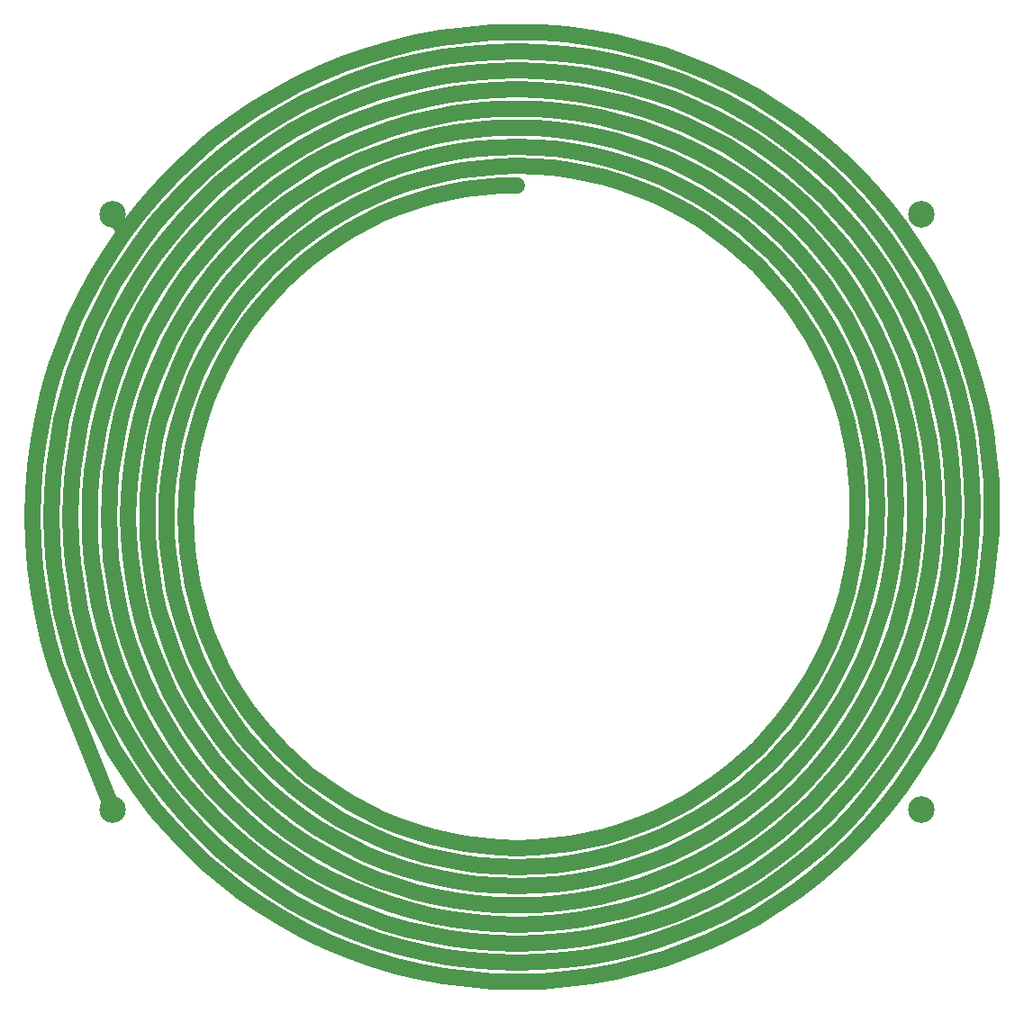
<source format=gbr>
%TF.GenerationSoftware,KiCad,Pcbnew,7.0.7*%
%TF.CreationDate,2023-09-24T18:58:44+02:00*%
%TF.ProjectId,Sek_Coil V2,53656b5f-436f-4696-9c20-56322e6b6963,rev?*%
%TF.SameCoordinates,Original*%
%TF.FileFunction,Copper,L1,Top*%
%TF.FilePolarity,Positive*%
%FSLAX46Y46*%
G04 Gerber Fmt 4.6, Leading zero omitted, Abs format (unit mm)*
G04 Created by KiCad (PCBNEW 7.0.7) date 2023-09-24 18:58:44*
%MOMM*%
%LPD*%
G01*
G04 APERTURE LIST*
%TA.AperFunction,ComponentPad*%
%ADD10C,2.500000*%
%TD*%
%TA.AperFunction,ViaPad*%
%ADD11C,1.500000*%
%TD*%
%TA.AperFunction,Conductor*%
%ADD12C,1.500000*%
%TD*%
G04 APERTURE END LIST*
D10*
%TO.P, ,1*%
%TO.N,N/C*%
X38000000Y28000000D03*
%TD*%
%TO.P, ,1*%
%TO.N,Net-(L\u002A\u002A1-Pad1)*%
X-38000000Y28000000D03*
%TD*%
%TO.P, ,2*%
%TO.N,Net-(L\u002A\u002A1-Pad1)*%
X-38000000Y-28000000D03*
%TO.P, ,1*%
X38000000Y-28000000D03*
%TD*%
D11*
%TO.N,Net-(L\u002A\u002A1-Pad1)*%
X0Y30700000D03*
%TD*%
D12*
%TO.N,Net-(L\u002A\u002A1-Pad1)*%
X0Y-31600000D02*
X-1630265Y-31557310D01*
X-1630265Y-31557310D02*
X-3256062Y-31429357D01*
X-3256062Y-31429357D02*
X-4872934Y-31216492D01*
X-4872934Y-31216492D02*
X-6476449Y-30919298D01*
X-6476449Y-30919298D02*
X-8062213Y-30538589D01*
X-8062213Y-30538589D02*
X-9625879Y-30075410D01*
X-9625879Y-30075410D02*
X-11163162Y-29531030D01*
X-11163162Y-29531030D02*
X-12669846Y-28906941D01*
X-12669846Y-28906941D02*
X-14141804Y-28204853D01*
X-14141804Y-28204853D02*
X-15575000Y-27426691D01*
X-15575000Y-27426691D02*
X-16965506Y-26574588D01*
X-16965506Y-26574588D02*
X-18309511Y-25650879D01*
X-18309511Y-25650879D02*
X-19603330Y-24658097D01*
X-19603330Y-24658097D02*
X-20843418Y-23598961D01*
X-20843418Y-23598961D02*
X-22026376Y-22476376D01*
X-22026376Y-22476376D02*
X-23148961Y-21293418D01*
X-23148961Y-21293418D02*
X-24208097Y-20053330D01*
X-24208097Y-20053330D02*
X-25200879Y-18759511D01*
X-25200879Y-18759511D02*
X-26124588Y-17415506D01*
X-26124588Y-17415506D02*
X-26976691Y-16025000D01*
X-26976691Y-16025000D02*
X-27754853Y-14591804D01*
X-27754853Y-14591804D02*
X-28456941Y-13119846D01*
X-28456941Y-13119846D02*
X-29081030Y-11613162D01*
X-29081030Y-11613162D02*
X-29625410Y-10075879D01*
X-29625410Y-10075879D02*
X-30088589Y-8512213D01*
X-30088589Y-8512213D02*
X-30469298Y-6926449D01*
X-30469298Y-6926449D02*
X-30766492Y-5322934D01*
X-30766492Y-5322934D02*
X-30979357Y-3706062D01*
X-30979357Y-3706062D02*
X-31107310Y-2080265D01*
X-31107310Y-2080265D02*
X-31150000Y-450000D01*
X-31150000Y-450000D02*
X-31107310Y1180265D01*
X-31107310Y1180265D02*
X-30979357Y2806062D01*
X-30979357Y2806062D02*
X-30766492Y4422934D01*
X-30766492Y4422934D02*
X-30469298Y6026449D01*
X-30469298Y6026449D02*
X-30088589Y7612213D01*
X-30088589Y7612213D02*
X-29625410Y9175879D01*
X-29625410Y9175879D02*
X-29081030Y10713162D01*
X-29081030Y10713162D02*
X-28456941Y12219846D01*
X-28456941Y12219846D02*
X-27754853Y13691804D01*
X-27754853Y13691804D02*
X-26976691Y15125000D01*
X-26976691Y15125000D02*
X-26124588Y16515506D01*
X-26124588Y16515506D02*
X-25200879Y17859511D01*
X-25200879Y17859511D02*
X-24208097Y19153330D01*
X-24208097Y19153330D02*
X-23148961Y20393418D01*
X-23148961Y20393418D02*
X-22026376Y21576376D01*
X-22026376Y21576376D02*
X-20843418Y22698961D01*
X-20843418Y22698961D02*
X-19603330Y23758097D01*
X-19603330Y23758097D02*
X-18309511Y24750879D01*
X-18309511Y24750879D02*
X-16965506Y25674588D01*
X-16965506Y25674588D02*
X-15575000Y26526691D01*
X-15575000Y26526691D02*
X-14141804Y27304853D01*
X-14141804Y27304853D02*
X-12669846Y28006941D01*
X-12669846Y28006941D02*
X-11163162Y28631030D01*
X-11163162Y28631030D02*
X-9625879Y29175410D01*
X-9625879Y29175410D02*
X-8062213Y29638589D01*
X-8062213Y29638589D02*
X-6476449Y30019298D01*
X-6476449Y30019298D02*
X-4872934Y30316492D01*
X-4872934Y30316492D02*
X-3256062Y30529357D01*
X-3256062Y30529357D02*
X-1630265Y30657310D01*
X-1630265Y30657310D02*
X0Y30700000D01*
X0Y39700000D02*
X2054186Y39646209D01*
X2054186Y39646209D02*
X4102742Y39484984D01*
X4102742Y39484984D02*
X6140053Y39216767D01*
X6140053Y39216767D02*
X8160534Y38842293D01*
X8160534Y38842293D02*
X10158648Y38362589D01*
X10158648Y38362589D02*
X12128917Y37778968D01*
X12128917Y37778968D02*
X14065942Y37093032D01*
X14065942Y37093032D02*
X15964413Y36306659D01*
X15964413Y36306659D02*
X17819127Y35422006D01*
X17819127Y35422006D02*
X19625000Y34441497D01*
X19625000Y34441497D02*
X21377082Y33367820D01*
X21377082Y33367820D02*
X23070571Y32203917D01*
X23070571Y32203917D02*
X24700825Y30952979D01*
X24700825Y30952979D02*
X26263376Y29618434D01*
X26263376Y29618434D02*
X27753941Y28203941D01*
X27753941Y28203941D02*
X29168434Y26713376D01*
X29168434Y26713376D02*
X30502979Y25150825D01*
X30502979Y25150825D02*
X31753917Y23520571D01*
X31753917Y23520571D02*
X32917820Y21827082D01*
X32917820Y21827082D02*
X33991497Y20075000D01*
X33991497Y20075000D02*
X34972006Y18269127D01*
X34972006Y18269127D02*
X35856659Y16414413D01*
X35856659Y16414413D02*
X36643032Y14515942D01*
X36643032Y14515942D02*
X37328968Y12578917D01*
X37328968Y12578917D02*
X37912589Y10608648D01*
X37912589Y10608648D02*
X38392293Y8610534D01*
X38392293Y8610534D02*
X38766767Y6590053D01*
X38766767Y6590053D02*
X39034984Y4552742D01*
X39034984Y4552742D02*
X39196209Y2504186D01*
X39196209Y2504186D02*
X39250000Y450000D01*
X39250000Y450000D02*
X39196209Y-1604186D01*
X39196209Y-1604186D02*
X39034984Y-3652742D01*
X39034984Y-3652742D02*
X38766767Y-5690053D01*
X38766767Y-5690053D02*
X38392293Y-7710534D01*
X38392293Y-7710534D02*
X37912589Y-9708648D01*
X37912589Y-9708648D02*
X37328968Y-11678917D01*
X37328968Y-11678917D02*
X36643032Y-13615942D01*
X36643032Y-13615942D02*
X35856659Y-15514413D01*
X35856659Y-15514413D02*
X34972006Y-17369127D01*
X34972006Y-17369127D02*
X33991497Y-19175000D01*
X33991497Y-19175000D02*
X32917820Y-20927082D01*
X32917820Y-20927082D02*
X31753917Y-22620571D01*
X31753917Y-22620571D02*
X30502979Y-24250825D01*
X30502979Y-24250825D02*
X29168434Y-25813376D01*
X29168434Y-25813376D02*
X27753941Y-27303941D01*
X27753941Y-27303941D02*
X26263376Y-28718434D01*
X26263376Y-28718434D02*
X24700825Y-30052979D01*
X24700825Y-30052979D02*
X23070571Y-31303917D01*
X23070571Y-31303917D02*
X21377082Y-32467820D01*
X21377082Y-32467820D02*
X19625000Y-33541497D01*
X19625000Y-33541497D02*
X17819127Y-34522006D01*
X17819127Y-34522006D02*
X15964413Y-35406659D01*
X15964413Y-35406659D02*
X14065942Y-36193032D01*
X14065942Y-36193032D02*
X12128917Y-36878968D01*
X12128917Y-36878968D02*
X10158648Y-37462589D01*
X10158648Y-37462589D02*
X8160534Y-37942293D01*
X8160534Y-37942293D02*
X6140053Y-38316767D01*
X6140053Y-38316767D02*
X4102742Y-38584984D01*
X4102742Y-38584984D02*
X2054186Y-38746209D01*
X2054186Y-38746209D02*
X0Y-38800000D01*
X0Y-38800000D02*
X-2007084Y-38747443D01*
X-2007084Y-38747443D02*
X-4008667Y-38589915D01*
X-4008667Y-38589915D02*
X-5999262Y-38327848D01*
X-5999262Y-38327848D02*
X-7973413Y-37961960D01*
X-7973413Y-37961960D02*
X-9925710Y-37493255D01*
X-9925710Y-37493255D02*
X-11850802Y-36923017D01*
X-11850802Y-36923017D02*
X-13743411Y-36252809D01*
X-13743411Y-36252809D02*
X-15598350Y-35484468D01*
X-15598350Y-35484468D02*
X-17410536Y-34620100D01*
X-17410536Y-34620100D02*
X-19175000Y-33662074D01*
X-19175000Y-33662074D02*
X-20886907Y-32613016D01*
X-20886907Y-32613016D02*
X-22541564Y-31475802D01*
X-22541564Y-31475802D02*
X-24134437Y-30253548D01*
X-24134437Y-30253548D02*
X-25661159Y-28949604D01*
X-25661159Y-28949604D02*
X-27117545Y-27567545D01*
X-27117545Y-27567545D02*
X-28499604Y-26111159D01*
X-28499604Y-26111159D02*
X-29803548Y-24584437D01*
X-29803548Y-24584437D02*
X-31025802Y-22991564D01*
X-31025802Y-22991564D02*
X-32163016Y-21336907D01*
X-32163016Y-21336907D02*
X-33212074Y-19625000D01*
X-33212074Y-19625000D02*
X-34170100Y-17860536D01*
X-34170100Y-17860536D02*
X-35034468Y-16048350D01*
X-35034468Y-16048350D02*
X-35802809Y-14193411D01*
X-35802809Y-14193411D02*
X-36473017Y-12300802D01*
X-36473017Y-12300802D02*
X-37043255Y-10375710D01*
X-37043255Y-10375710D02*
X-37511960Y-8423413D01*
X-37511960Y-8423413D02*
X-37877848Y-6449262D01*
X-37877848Y-6449262D02*
X-38139915Y-4458667D01*
X-38139915Y-4458667D02*
X-38297443Y-2457084D01*
X-38297443Y-2457084D02*
X-38350000Y-450000D01*
X-38350000Y-450000D02*
X-38297443Y1557084D01*
X-38297443Y1557084D02*
X-38139915Y3558667D01*
X-38139915Y3558667D02*
X-37877848Y5549262D01*
X-37877848Y5549262D02*
X-37511960Y7523413D01*
X-37511960Y7523413D02*
X-37043255Y9475710D01*
X-37043255Y9475710D02*
X-36473017Y11400802D01*
X-36473017Y11400802D02*
X-35802809Y13293411D01*
X-35802809Y13293411D02*
X-35034468Y15148350D01*
X-35034468Y15148350D02*
X-34170100Y16960536D01*
X-34170100Y16960536D02*
X-33212074Y18725000D01*
X-33212074Y18725000D02*
X-32163016Y20436907D01*
X-32163016Y20436907D02*
X-31025802Y22091564D01*
X-31025802Y22091564D02*
X-29803548Y23684437D01*
X-29803548Y23684437D02*
X-28499604Y25211159D01*
X-28499604Y25211159D02*
X-27117545Y26667545D01*
X-27117545Y26667545D02*
X-25661159Y28049604D01*
X-25661159Y28049604D02*
X-24134437Y29353548D01*
X-24134437Y29353548D02*
X-22541564Y30575802D01*
X-22541564Y30575802D02*
X-20886907Y31713016D01*
X-20886907Y31713016D02*
X-19175000Y32762074D01*
X-19175000Y32762074D02*
X-17410536Y33720100D01*
X-17410536Y33720100D02*
X-15598350Y34584468D01*
X-15598350Y34584468D02*
X-13743411Y35352809D01*
X-13743411Y35352809D02*
X-11850802Y36023017D01*
X-11850802Y36023017D02*
X-9925710Y36593255D01*
X-9925710Y36593255D02*
X-7973413Y37061960D01*
X-7973413Y37061960D02*
X-5999262Y37427848D01*
X-5999262Y37427848D02*
X-4008667Y37689915D01*
X-4008667Y37689915D02*
X-2007084Y37847443D01*
X-2007084Y37847443D02*
X0Y37900000D01*
X0Y37900000D02*
X1959982Y37848676D01*
X1959982Y37848676D02*
X3914591Y37694845D01*
X3914591Y37694845D02*
X5858471Y37438928D01*
X5858471Y37438928D02*
X7786293Y37081628D01*
X7786293Y37081628D02*
X9692773Y36623922D01*
X9692773Y36623922D02*
X11572686Y36067067D01*
X11572686Y36067067D02*
X13420880Y35412587D01*
X13420880Y35412587D02*
X15232287Y34662277D01*
X15232287Y34662277D02*
X17001944Y33818194D01*
X17001944Y33818194D02*
X18725000Y32882651D01*
X18725000Y32882651D02*
X20396732Y31858213D01*
X20396732Y31858213D02*
X22012558Y30747686D01*
X22012558Y30747686D02*
X23568049Y29554116D01*
X23568049Y29554116D02*
X25058941Y28280774D01*
X25058941Y28280774D02*
X26481149Y26931149D01*
X26481149Y26931149D02*
X27830774Y25508941D01*
X27830774Y25508941D02*
X29104116Y24018049D01*
X29104116Y24018049D02*
X30297686Y22462558D01*
X30297686Y22462558D02*
X31408213Y20846732D01*
X31408213Y20846732D02*
X32432651Y19175000D01*
X32432651Y19175000D02*
X33368194Y17451944D01*
X33368194Y17451944D02*
X34212277Y15682287D01*
X34212277Y15682287D02*
X34962587Y13870880D01*
X34962587Y13870880D02*
X35617067Y12022686D01*
X35617067Y12022686D02*
X36173922Y10142773D01*
X36173922Y10142773D02*
X36631628Y8236293D01*
X36631628Y8236293D02*
X36988928Y6308471D01*
X36988928Y6308471D02*
X37244845Y4364591D01*
X37244845Y4364591D02*
X37398676Y2409982D01*
X37398676Y2409982D02*
X37450000Y450000D01*
X37450000Y450000D02*
X37398676Y-1509982D01*
X37398676Y-1509982D02*
X37244845Y-3464591D01*
X37244845Y-3464591D02*
X36988928Y-5408471D01*
X36988928Y-5408471D02*
X36631628Y-7336293D01*
X36631628Y-7336293D02*
X36173922Y-9242773D01*
X36173922Y-9242773D02*
X35617067Y-11122686D01*
X35617067Y-11122686D02*
X34962587Y-12970880D01*
X34962587Y-12970880D02*
X34212277Y-14782287D01*
X34212277Y-14782287D02*
X33368194Y-16551944D01*
X33368194Y-16551944D02*
X32432651Y-18275000D01*
X32432651Y-18275000D02*
X31408213Y-19946732D01*
X31408213Y-19946732D02*
X30297686Y-21562558D01*
X30297686Y-21562558D02*
X29104116Y-23118049D01*
X29104116Y-23118049D02*
X27830774Y-24608941D01*
X27830774Y-24608941D02*
X26481149Y-26031149D01*
X26481149Y-26031149D02*
X25058941Y-27380774D01*
X25058941Y-27380774D02*
X23568049Y-28654116D01*
X23568049Y-28654116D02*
X22012558Y-29847686D01*
X22012558Y-29847686D02*
X20396732Y-30958213D01*
X20396732Y-30958213D02*
X18725000Y-31982651D01*
X18725000Y-31982651D02*
X17001944Y-32918194D01*
X17001944Y-32918194D02*
X15232287Y-33762277D01*
X15232287Y-33762277D02*
X13420880Y-34512587D01*
X13420880Y-34512587D02*
X11572686Y-35167067D01*
X11572686Y-35167067D02*
X9692773Y-35723922D01*
X9692773Y-35723922D02*
X7786293Y-36181628D01*
X7786293Y-36181628D02*
X5858471Y-36538928D01*
X5858471Y-36538928D02*
X3914591Y-36794845D01*
X3914591Y-36794845D02*
X1959982Y-36948676D01*
X1959982Y-36948676D02*
X0Y-37000000D01*
X0Y-37000000D02*
X-1912879Y-36949909D01*
X-1912879Y-36949909D02*
X-3820515Y-36799775D01*
X-3820515Y-36799775D02*
X-5717680Y-36550009D01*
X-5717680Y-36550009D02*
X-7599172Y-36201295D01*
X-7599172Y-36201295D02*
X-9459836Y-35754589D01*
X-9459836Y-35754589D02*
X-11294571Y-35211116D01*
X-11294571Y-35211116D02*
X-13098349Y-34572365D01*
X-13098349Y-34572365D02*
X-14866224Y-33840086D01*
X-14866224Y-33840086D02*
X-16593353Y-33016288D01*
X-16593353Y-33016288D02*
X-18275000Y-32103229D01*
X-18275000Y-32103229D02*
X-19906557Y-31103409D01*
X-19906557Y-31103409D02*
X-21483551Y-30019571D01*
X-21483551Y-30019571D02*
X-23001660Y-28854685D01*
X-23001660Y-28854685D02*
X-24456724Y-27611943D01*
X-24456724Y-27611943D02*
X-25844753Y-26294753D01*
X-25844753Y-26294753D02*
X-27161943Y-24906724D01*
X-27161943Y-24906724D02*
X-28404685Y-23451660D01*
X-28404685Y-23451660D02*
X-29569571Y-21933551D01*
X-29569571Y-21933551D02*
X-30653409Y-20356557D01*
X-30653409Y-20356557D02*
X-31653229Y-18725000D01*
X-31653229Y-18725000D02*
X-32566288Y-17043353D01*
X-32566288Y-17043353D02*
X-33390086Y-15316224D01*
X-33390086Y-15316224D02*
X-34122365Y-13548349D01*
X-34122365Y-13548349D02*
X-34761116Y-11744571D01*
X-34761116Y-11744571D02*
X-35304589Y-9909836D01*
X-35304589Y-9909836D02*
X-35751295Y-8049172D01*
X-35751295Y-8049172D02*
X-36100009Y-6167680D01*
X-36100009Y-6167680D02*
X-36349775Y-4270515D01*
X-36349775Y-4270515D02*
X-36499909Y-2362879D01*
X-36499909Y-2362879D02*
X-36550000Y-450000D01*
X-36550000Y-450000D02*
X-36499909Y1462879D01*
X-36499909Y1462879D02*
X-36349775Y3370515D01*
X-36349775Y3370515D02*
X-36100009Y5267680D01*
X-36100009Y5267680D02*
X-35751295Y7149172D01*
X-35751295Y7149172D02*
X-35304589Y9009836D01*
X-35304589Y9009836D02*
X-34761116Y10844571D01*
X-34761116Y10844571D02*
X-34122365Y12648349D01*
X-34122365Y12648349D02*
X-33390086Y14416224D01*
X-33390086Y14416224D02*
X-32566288Y16143353D01*
X-32566288Y16143353D02*
X-31653229Y17825000D01*
X-31653229Y17825000D02*
X-30653409Y19456557D01*
X-30653409Y19456557D02*
X-29569571Y21033551D01*
X-29569571Y21033551D02*
X-28404685Y22551660D01*
X-28404685Y22551660D02*
X-27161943Y24006724D01*
X-27161943Y24006724D02*
X-25844753Y25394753D01*
X-25844753Y25394753D02*
X-24456724Y26711943D01*
X-24456724Y26711943D02*
X-23001660Y27954685D01*
X-23001660Y27954685D02*
X-21483551Y29119571D01*
X-21483551Y29119571D02*
X-19906557Y30203409D01*
X-19906557Y30203409D02*
X-18275000Y31203229D01*
X-18275000Y31203229D02*
X-16593353Y32116288D01*
X-16593353Y32116288D02*
X-14866224Y32940086D01*
X-14866224Y32940086D02*
X-13098349Y33672365D01*
X-13098349Y33672365D02*
X-11294571Y34311116D01*
X-11294571Y34311116D02*
X-9459836Y34854589D01*
X-9459836Y34854589D02*
X-7599172Y35301295D01*
X-7599172Y35301295D02*
X-5717680Y35650009D01*
X-5717680Y35650009D02*
X-3820515Y35899775D01*
X-3820515Y35899775D02*
X-1912879Y36049909D01*
X-1912879Y36049909D02*
X0Y36100000D01*
X0Y36100000D02*
X1865777Y36051143D01*
X1865777Y36051143D02*
X3726440Y35904706D01*
X3726440Y35904706D02*
X5576889Y35661089D01*
X5576889Y35661089D02*
X7412052Y35320962D01*
X7412052Y35320962D02*
X9226899Y34885256D01*
X9226899Y34885256D02*
X11016456Y34355165D01*
X11016456Y34355165D02*
X12775817Y33732142D01*
X12775817Y33732142D02*
X14500161Y33017896D01*
X14500161Y33017896D02*
X16184761Y32214383D01*
X16184761Y32214383D02*
X17825000Y31323806D01*
X17825000Y31323806D02*
X19416382Y30348606D01*
X19416382Y30348606D02*
X20954544Y29291456D01*
X20954544Y29291456D02*
X22435272Y28155254D01*
X22435272Y28155254D02*
X23854506Y26943113D01*
X23854506Y26943113D02*
X25208357Y25658357D01*
X25208357Y25658357D02*
X26493113Y24304506D01*
X26493113Y24304506D02*
X27705254Y22885272D01*
X27705254Y22885272D02*
X28841456Y21404544D01*
X28841456Y21404544D02*
X29898606Y19866382D01*
X29898606Y19866382D02*
X30873806Y18275000D01*
X30873806Y18275000D02*
X31764383Y16634761D01*
X31764383Y16634761D02*
X32567896Y14950161D01*
X32567896Y14950161D02*
X33282142Y13225817D01*
X33282142Y13225817D02*
X33905165Y11466456D01*
X33905165Y11466456D02*
X34435256Y9676899D01*
X34435256Y9676899D02*
X34870962Y7862052D01*
X34870962Y7862052D02*
X35211089Y6026889D01*
X35211089Y6026889D02*
X35454706Y4176440D01*
X35454706Y4176440D02*
X35601143Y2315777D01*
X35601143Y2315777D02*
X35650000Y450000D01*
X35650000Y450000D02*
X35601143Y-1415777D01*
X35601143Y-1415777D02*
X35454706Y-3276440D01*
X35454706Y-3276440D02*
X35211089Y-5126889D01*
X35211089Y-5126889D02*
X34870962Y-6962052D01*
X34870962Y-6962052D02*
X34435256Y-8776899D01*
X34435256Y-8776899D02*
X33905165Y-10566456D01*
X33905165Y-10566456D02*
X33282142Y-12325817D01*
X33282142Y-12325817D02*
X32567896Y-14050161D01*
X32567896Y-14050161D02*
X31764383Y-15734761D01*
X31764383Y-15734761D02*
X30873806Y-17375000D01*
X30873806Y-17375000D02*
X29898606Y-18966382D01*
X29898606Y-18966382D02*
X28841456Y-20504544D01*
X28841456Y-20504544D02*
X27705254Y-21985272D01*
X27705254Y-21985272D02*
X26493113Y-23404506D01*
X26493113Y-23404506D02*
X25208357Y-24758357D01*
X25208357Y-24758357D02*
X23854506Y-26043113D01*
X23854506Y-26043113D02*
X22435272Y-27255254D01*
X22435272Y-27255254D02*
X20954544Y-28391456D01*
X20954544Y-28391456D02*
X19416382Y-29448606D01*
X19416382Y-29448606D02*
X17825000Y-30423806D01*
X17825000Y-30423806D02*
X16184761Y-31314383D01*
X16184761Y-31314383D02*
X14500161Y-32117896D01*
X14500161Y-32117896D02*
X12775817Y-32832142D01*
X12775817Y-32832142D02*
X11016456Y-33455165D01*
X11016456Y-33455165D02*
X9226899Y-33985256D01*
X9226899Y-33985256D02*
X7412052Y-34420962D01*
X7412052Y-34420962D02*
X5576889Y-34761089D01*
X5576889Y-34761089D02*
X3726440Y-35004706D01*
X3726440Y-35004706D02*
X1865777Y-35151143D01*
X1865777Y-35151143D02*
X0Y-35200000D01*
X0Y-35200000D02*
X-1818674Y-35152376D01*
X-1818674Y-35152376D02*
X-3632364Y-35009636D01*
X-3632364Y-35009636D02*
X-5436098Y-34772170D01*
X-5436098Y-34772170D02*
X-7224931Y-34440629D01*
X-7224931Y-34440629D02*
X-8993962Y-34015922D01*
X-8993962Y-34015922D02*
X-10738341Y-33499214D01*
X-10738341Y-33499214D02*
X-12453286Y-32891920D01*
X-12453286Y-32891920D02*
X-14134098Y-32195705D01*
X-14134098Y-32195705D02*
X-15776170Y-31412477D01*
X-15776170Y-31412477D02*
X-17375000Y-30544383D01*
X-17375000Y-30544383D02*
X-18926206Y-29593802D01*
X-18926206Y-29593802D02*
X-20425538Y-28563341D01*
X-20425538Y-28563341D02*
X-21868884Y-27455822D01*
X-21868884Y-27455822D02*
X-23252289Y-26274283D01*
X-23252289Y-26274283D02*
X-24571961Y-25021961D01*
X-24571961Y-25021961D02*
X-25824283Y-23702289D01*
X-25824283Y-23702289D02*
X-27005822Y-22318884D01*
X-27005822Y-22318884D02*
X-28113341Y-20875538D01*
X-28113341Y-20875538D02*
X-29143802Y-19376206D01*
X-29143802Y-19376206D02*
X-30094383Y-17825000D01*
X-30094383Y-17825000D02*
X-30962477Y-16226170D01*
X-30962477Y-16226170D02*
X-31745705Y-14584098D01*
X-31745705Y-14584098D02*
X-32441920Y-12903286D01*
X-32441920Y-12903286D02*
X-33049214Y-11188341D01*
X-33049214Y-11188341D02*
X-33565922Y-9443962D01*
X-33565922Y-9443962D02*
X-33990629Y-7674931D01*
X-33990629Y-7674931D02*
X-34322170Y-5886098D01*
X-34322170Y-5886098D02*
X-34559636Y-4082364D01*
X-34559636Y-4082364D02*
X-34702376Y-2268674D01*
X-34702376Y-2268674D02*
X-34750000Y-450000D01*
X-34750000Y-450000D02*
X-34702376Y1368674D01*
X-34702376Y1368674D02*
X-34559636Y3182364D01*
X-34559636Y3182364D02*
X-34322170Y4986098D01*
X-34322170Y4986098D02*
X-33990629Y6774931D01*
X-33990629Y6774931D02*
X-33565922Y8543962D01*
X-33565922Y8543962D02*
X-33049214Y10288341D01*
X-33049214Y10288341D02*
X-32441920Y12003286D01*
X-32441920Y12003286D02*
X-31745705Y13684098D01*
X-31745705Y13684098D02*
X-30962477Y15326170D01*
X-30962477Y15326170D02*
X-30094383Y16925000D01*
X-30094383Y16925000D02*
X-29143802Y18476206D01*
X-29143802Y18476206D02*
X-28113341Y19975538D01*
X-28113341Y19975538D02*
X-27005822Y21418884D01*
X-27005822Y21418884D02*
X-25824283Y22802289D01*
X-25824283Y22802289D02*
X-24571961Y24121961D01*
X-24571961Y24121961D02*
X-23252289Y25374283D01*
X-23252289Y25374283D02*
X-21868884Y26555822D01*
X-21868884Y26555822D02*
X-20425538Y27663341D01*
X-20425538Y27663341D02*
X-18926206Y28693802D01*
X-18926206Y28693802D02*
X-17375000Y29644383D01*
X-17375000Y29644383D02*
X-15776170Y30512477D01*
X-15776170Y30512477D02*
X-14134098Y31295705D01*
X-14134098Y31295705D02*
X-12453286Y31991920D01*
X-12453286Y31991920D02*
X-10738341Y32599214D01*
X-10738341Y32599214D02*
X-8993962Y33115922D01*
X-8993962Y33115922D02*
X-7224931Y33540629D01*
X-7224931Y33540629D02*
X-5436098Y33872170D01*
X-5436098Y33872170D02*
X-3632364Y34109636D01*
X-3632364Y34109636D02*
X-1818674Y34252376D01*
X-1818674Y34252376D02*
X0Y34300000D01*
X0Y34300000D02*
X1771572Y34253610D01*
X1771572Y34253610D02*
X3538288Y34114566D01*
X3538288Y34114566D02*
X5295307Y33883250D01*
X5295307Y33883250D02*
X7037811Y33560296D01*
X7037811Y33560296D02*
X8761025Y33146589D01*
X8761025Y33146589D02*
X10460225Y32643263D01*
X10460225Y32643263D02*
X12130755Y32051697D01*
X12130755Y32051697D02*
X13768035Y31373514D01*
X13768035Y31373514D02*
X15367578Y30610571D01*
X15367578Y30610571D02*
X16925000Y29764960D01*
X16925000Y29764960D02*
X18436031Y28838999D01*
X18436031Y28838999D02*
X19896531Y27835225D01*
X19896531Y27835225D02*
X21302495Y26756391D01*
X21302495Y26756391D02*
X22650071Y25605452D01*
X22650071Y25605452D02*
X23935565Y24385565D01*
X23935565Y24385565D02*
X25155452Y23100071D01*
X25155452Y23100071D02*
X26306391Y21752495D01*
X26306391Y21752495D02*
X27385225Y20346531D01*
X27385225Y20346531D02*
X28388999Y18886031D01*
X28388999Y18886031D02*
X29314960Y17375000D01*
X29314960Y17375000D02*
X30160571Y15817578D01*
X30160571Y15817578D02*
X30923514Y14218035D01*
X30923514Y14218035D02*
X31601697Y12580755D01*
X31601697Y12580755D02*
X32193263Y10910225D01*
X32193263Y10910225D02*
X32696589Y9211025D01*
X32696589Y9211025D02*
X33110296Y7487811D01*
X33110296Y7487811D02*
X33433250Y5745307D01*
X33433250Y5745307D02*
X33664566Y3988288D01*
X33664566Y3988288D02*
X33803610Y2221572D01*
X33803610Y2221572D02*
X33850000Y450000D01*
X33850000Y450000D02*
X33803610Y-1321572D01*
X33803610Y-1321572D02*
X33664566Y-3088288D01*
X33664566Y-3088288D02*
X33433250Y-4845307D01*
X33433250Y-4845307D02*
X33110296Y-6587811D01*
X33110296Y-6587811D02*
X32696589Y-8311025D01*
X32696589Y-8311025D02*
X32193263Y-10010225D01*
X32193263Y-10010225D02*
X31601697Y-11680755D01*
X31601697Y-11680755D02*
X30923514Y-13318035D01*
X30923514Y-13318035D02*
X30160571Y-14917578D01*
X30160571Y-14917578D02*
X29314960Y-16475000D01*
X29314960Y-16475000D02*
X28388999Y-17986031D01*
X28388999Y-17986031D02*
X27385225Y-19446531D01*
X27385225Y-19446531D02*
X26306391Y-20852495D01*
X26306391Y-20852495D02*
X25155452Y-22200071D01*
X25155452Y-22200071D02*
X23935565Y-23485565D01*
X23935565Y-23485565D02*
X22650071Y-24705452D01*
X22650071Y-24705452D02*
X21302495Y-25856391D01*
X21302495Y-25856391D02*
X19896531Y-26935225D01*
X19896531Y-26935225D02*
X18436031Y-27938999D01*
X18436031Y-27938999D02*
X16925000Y-28864960D01*
X16925000Y-28864960D02*
X15367578Y-29710571D01*
X15367578Y-29710571D02*
X13768035Y-30473514D01*
X13768035Y-30473514D02*
X12130755Y-31151697D01*
X12130755Y-31151697D02*
X10460225Y-31743263D01*
X10460225Y-31743263D02*
X8761025Y-32246589D01*
X8761025Y-32246589D02*
X7037811Y-32660296D01*
X7037811Y-32660296D02*
X5295307Y-32983250D01*
X5295307Y-32983250D02*
X3538288Y-33214566D01*
X3538288Y-33214566D02*
X1771572Y-33353610D01*
X1771572Y-33353610D02*
X0Y-33400000D01*
X0Y-33400000D02*
X-1724470Y-33354843D01*
X-1724470Y-33354843D02*
X-3444213Y-33219496D01*
X-3444213Y-33219496D02*
X-5154516Y-32994331D01*
X-5154516Y-32994331D02*
X-6850690Y-32679963D01*
X-6850690Y-32679963D02*
X-8528088Y-32277256D01*
X-8528088Y-32277256D02*
X-10182110Y-31787312D01*
X-10182110Y-31787312D02*
X-11808224Y-31211475D01*
X-11808224Y-31211475D02*
X-13401972Y-30551323D01*
X-13401972Y-30551323D02*
X-14958987Y-29808665D01*
X-14958987Y-29808665D02*
X-16475000Y-28985537D01*
X-16475000Y-28985537D02*
X-17945856Y-28084195D01*
X-17945856Y-28084195D02*
X-19367524Y-27107110D01*
X-19367524Y-27107110D02*
X-20736107Y-26056959D01*
X-20736107Y-26056959D02*
X-22047853Y-24936622D01*
X-22047853Y-24936622D02*
X-23299168Y-23749168D01*
X-23299168Y-23749168D02*
X-24486622Y-22497853D01*
X-24486622Y-22497853D02*
X-25606959Y-21186107D01*
X-25606959Y-21186107D02*
X-26657110Y-19817524D01*
X-26657110Y-19817524D02*
X-27634195Y-18395856D01*
X-27634195Y-18395856D02*
X-28535537Y-16925000D01*
X-28535537Y-16925000D02*
X-29358665Y-15408987D01*
X-29358665Y-15408987D02*
X-30101323Y-13851972D01*
X-30101323Y-13851972D02*
X-30761475Y-12258224D01*
X-30761475Y-12258224D02*
X-31337312Y-10632110D01*
X-31337312Y-10632110D02*
X-31827256Y-8978088D01*
X-31827256Y-8978088D02*
X-32229963Y-7300690D01*
X-32229963Y-7300690D02*
X-32544331Y-5604516D01*
X-32544331Y-5604516D02*
X-32769496Y-3894213D01*
X-32769496Y-3894213D02*
X-32904843Y-2174470D01*
X-32904843Y-2174470D02*
X-32950000Y-450000D01*
X-32950000Y-450000D02*
X-32904843Y1274470D01*
X-32904843Y1274470D02*
X-32769496Y2994213D01*
X-32769496Y2994213D02*
X-32544331Y4704516D01*
X-32544331Y4704516D02*
X-32229963Y6400690D01*
X-32229963Y6400690D02*
X-31827256Y8078088D01*
X-31827256Y8078088D02*
X-31337312Y9732110D01*
X-31337312Y9732110D02*
X-30761475Y11358224D01*
X-30761475Y11358224D02*
X-30101323Y12951972D01*
X-30101323Y12951972D02*
X-29358665Y14508987D01*
X-29358665Y14508987D02*
X-28535537Y16025000D01*
X-28535537Y16025000D02*
X-27634195Y17495856D01*
X-27634195Y17495856D02*
X-26657110Y18917524D01*
X-26657110Y18917524D02*
X-25606959Y20286107D01*
X-25606959Y20286107D02*
X-24486622Y21597853D01*
X-24486622Y21597853D02*
X-23299168Y22849168D01*
X-23299168Y22849168D02*
X-22047853Y24036622D01*
X-22047853Y24036622D02*
X-20736107Y25156959D01*
X-20736107Y25156959D02*
X-19367524Y26207110D01*
X-19367524Y26207110D02*
X-17945856Y27184195D01*
X-17945856Y27184195D02*
X-16475000Y28085537D01*
X-16475000Y28085537D02*
X-14958987Y28908665D01*
X-14958987Y28908665D02*
X-13401972Y29651323D01*
X-13401972Y29651323D02*
X-11808224Y30311475D01*
X-11808224Y30311475D02*
X-10182110Y30887312D01*
X-10182110Y30887312D02*
X-8528088Y31377256D01*
X-8528088Y31377256D02*
X-6850690Y31779963D01*
X-6850690Y31779963D02*
X-5154516Y32094331D01*
X-5154516Y32094331D02*
X-3444213Y32319496D01*
X-3444213Y32319496D02*
X-1724470Y32454843D01*
X-1724470Y32454843D02*
X0Y32500000D01*
X0Y32500000D02*
X1677367Y32456077D01*
X1677367Y32456077D02*
X3350137Y32324427D01*
X3350137Y32324427D02*
X5013725Y32105411D01*
X5013725Y32105411D02*
X6663570Y31799631D01*
X6663570Y31799631D02*
X8295150Y31407923D01*
X8295150Y31407923D02*
X9903995Y30931361D01*
X9903995Y30931361D02*
X11485693Y30371253D01*
X11485693Y30371253D02*
X13035909Y29729132D01*
X13035909Y29729132D02*
X14550396Y29006759D01*
X14550396Y29006759D02*
X16025000Y28206114D01*
X16025000Y28206114D02*
X17455681Y27329392D01*
X17455681Y27329392D02*
X18838517Y26378995D01*
X18838517Y26378995D02*
X20169719Y25357528D01*
X20169719Y25357528D02*
X21445636Y24267792D01*
X21445636Y24267792D02*
X22662772Y23112772D01*
X22662772Y23112772D02*
X23817792Y21895636D01*
X23817792Y21895636D02*
X24907528Y20619719D01*
X24907528Y20619719D02*
X25928995Y19288517D01*
X25928995Y19288517D02*
X26879392Y17905681D01*
X26879392Y17905681D02*
X27756114Y16475000D01*
X27756114Y16475000D02*
X28556759Y15000396D01*
X28556759Y15000396D02*
X29279132Y13485909D01*
X29279132Y13485909D02*
X29921253Y11935693D01*
X29921253Y11935693D02*
X30481361Y10353995D01*
X30481361Y10353995D02*
X30957923Y8745150D01*
X30957923Y8745150D02*
X31349631Y7113570D01*
X31349631Y7113570D02*
X31655411Y5463725D01*
X31655411Y5463725D02*
X31874427Y3800137D01*
X31874427Y3800137D02*
X32006077Y2127367D01*
X32006077Y2127367D02*
X32050000Y450000D01*
X32050000Y450000D02*
X32006077Y-1227367D01*
X32006077Y-1227367D02*
X31874427Y-2900137D01*
X31874427Y-2900137D02*
X31655411Y-4563725D01*
X31655411Y-4563725D02*
X31349631Y-6213570D01*
X31349631Y-6213570D02*
X30957923Y-7845150D01*
X30957923Y-7845150D02*
X30481361Y-9453995D01*
X30481361Y-9453995D02*
X29921253Y-11035693D01*
X29921253Y-11035693D02*
X29279132Y-12585909D01*
X29279132Y-12585909D02*
X28556759Y-14100396D01*
X28556759Y-14100396D02*
X27756114Y-15575000D01*
X27756114Y-15575000D02*
X26879392Y-17005681D01*
X26879392Y-17005681D02*
X25928995Y-18388517D01*
X25928995Y-18388517D02*
X24907528Y-19719719D01*
X24907528Y-19719719D02*
X23817792Y-20995636D01*
X23817792Y-20995636D02*
X22662772Y-22212772D01*
X22662772Y-22212772D02*
X21445636Y-23367792D01*
X21445636Y-23367792D02*
X20169719Y-24457528D01*
X20169719Y-24457528D02*
X18838517Y-25478995D01*
X18838517Y-25478995D02*
X17455681Y-26429392D01*
X17455681Y-26429392D02*
X16025000Y-27306114D01*
X16025000Y-27306114D02*
X14550396Y-28106759D01*
X14550396Y-28106759D02*
X13035909Y-28829132D01*
X13035909Y-28829132D02*
X11485693Y-29471253D01*
X11485693Y-29471253D02*
X9903995Y-30031361D01*
X9903995Y-30031361D02*
X8295150Y-30507923D01*
X8295150Y-30507923D02*
X6663570Y-30899631D01*
X6663570Y-30899631D02*
X5013725Y-31205411D01*
X5013725Y-31205411D02*
X3350137Y-31424427D01*
X3350137Y-31424427D02*
X1677367Y-31556077D01*
X1677367Y-31556077D02*
X0Y-31600000D01*
X0Y-40600000D02*
X-2101289Y-40544976D01*
X-2101289Y-40544976D02*
X-4196818Y-40380054D01*
X-4196818Y-40380054D02*
X-6280844Y-40105687D01*
X-6280844Y-40105687D02*
X-8347654Y-39722626D01*
X-8347654Y-39722626D02*
X-10391585Y-39231922D01*
X-10391585Y-39231922D02*
X-12407032Y-38634919D01*
X-12407032Y-38634919D02*
X-14388473Y-37933254D01*
X-14388473Y-37933254D02*
X-16330476Y-37128850D01*
X-16330476Y-37128850D02*
X-18227719Y-36223912D01*
X-18227719Y-36223912D02*
X-20075000Y-35220920D01*
X-20075000Y-35220920D02*
X-21867257Y-34122623D01*
X-21867257Y-34122623D02*
X-23599578Y-32932032D01*
X-23599578Y-32932032D02*
X-25267214Y-31652410D01*
X-25267214Y-31652410D02*
X-26865594Y-30287265D01*
X-26865594Y-30287265D02*
X-28390337Y-28840337D01*
X-28390337Y-28840337D02*
X-29837265Y-27315594D01*
X-29837265Y-27315594D02*
X-31202410Y-25717214D01*
X-31202410Y-25717214D02*
X-32482032Y-24049578D01*
X-32482032Y-24049578D02*
X-33672623Y-22317257D01*
X-33672623Y-22317257D02*
X-34770920Y-20525000D01*
X-34770920Y-20525000D02*
X-35773912Y-18677719D01*
X-35773912Y-18677719D02*
X-36678850Y-16780476D01*
X-36678850Y-16780476D02*
X-37483254Y-14838473D01*
X-37483254Y-14838473D02*
X-38184919Y-12857032D01*
X-38184919Y-12857032D02*
X-38781922Y-10841585D01*
X-38781922Y-10841585D02*
X-39272626Y-8797654D01*
X-39272626Y-8797654D02*
X-39655687Y-6730844D01*
X-39655687Y-6730844D02*
X-39930054Y-4646818D01*
X-39930054Y-4646818D02*
X-40094976Y-2551289D01*
X-40094976Y-2551289D02*
X-40150000Y-450000D01*
X-40150000Y-450000D02*
X-40094976Y1651289D01*
X-40094976Y1651289D02*
X-39930054Y3746818D01*
X-39930054Y3746818D02*
X-39655687Y5830844D01*
X-39655687Y5830844D02*
X-39272626Y7897654D01*
X-39272626Y7897654D02*
X-38781922Y9941585D01*
X-38781922Y9941585D02*
X-38184919Y11957032D01*
X-38184919Y11957032D02*
X-37483254Y13938473D01*
X-37483254Y13938473D02*
X-36678850Y15880476D01*
X-36678850Y15880476D02*
X-35773912Y17777719D01*
X-35773912Y17777719D02*
X-34770920Y19625000D01*
X-34770920Y19625000D02*
X-33672623Y21417257D01*
X-33672623Y21417257D02*
X-32482032Y23149578D01*
X-32482032Y23149578D02*
X-31202410Y24817214D01*
X-31202410Y24817214D02*
X-29837265Y26415594D01*
X-29837265Y26415594D02*
X-28390337Y27940337D01*
X-28390337Y27940337D02*
X-26865594Y29387265D01*
X-26865594Y29387265D02*
X-25267214Y30752410D01*
X-25267214Y30752410D02*
X-23599578Y32032032D01*
X-23599578Y32032032D02*
X-21867257Y33222623D01*
X-21867257Y33222623D02*
X-20075000Y34320920D01*
X-20075000Y34320920D02*
X-18227719Y35323912D01*
X-18227719Y35323912D02*
X-16330476Y36228850D01*
X-16330476Y36228850D02*
X-14388473Y37033254D01*
X-14388473Y37033254D02*
X-12407032Y37734919D01*
X-12407032Y37734919D02*
X-10391585Y38331922D01*
X-10391585Y38331922D02*
X-8347654Y38822626D01*
X-8347654Y38822626D02*
X-6280844Y39205687D01*
X-6280844Y39205687D02*
X-4196818Y39480054D01*
X-4196818Y39480054D02*
X-2101289Y39644976D01*
X-2101289Y39644976D02*
X0Y39700000D01*
X0Y41500000D02*
X2148391Y41443742D01*
X2148391Y41443742D02*
X4290893Y41275124D01*
X4290893Y41275124D02*
X6421635Y40994606D01*
X6421635Y40994606D02*
X8534775Y40602959D01*
X8534775Y40602959D02*
X10624522Y40101255D01*
X10624522Y40101255D02*
X12685148Y39490870D01*
X12685148Y39490870D02*
X14711004Y38773477D01*
X14711004Y38773477D02*
X16696539Y37951041D01*
X16696539Y37951041D02*
X18636310Y37025818D01*
X18636310Y37025818D02*
X20525000Y36000343D01*
X20525000Y36000343D02*
X22357432Y34877427D01*
X22357432Y34877427D02*
X24128585Y33660148D01*
X24128585Y33660148D02*
X25833602Y32351842D01*
X25833602Y32351842D02*
X27467811Y30956095D01*
X27467811Y30956095D02*
X29026733Y29476733D01*
X29026733Y29476733D02*
X30506095Y27917811D01*
X30506095Y27917811D02*
X31901842Y26283602D01*
X31901842Y26283602D02*
X33210148Y24578585D01*
X33210148Y24578585D02*
X34427427Y22807432D01*
X34427427Y22807432D02*
X35550343Y20975000D01*
X35550343Y20975000D02*
X36575818Y19086310D01*
X36575818Y19086310D02*
X37501041Y17146539D01*
X37501041Y17146539D02*
X38323477Y15161004D01*
X38323477Y15161004D02*
X39040870Y13135148D01*
X39040870Y13135148D02*
X39651255Y11074522D01*
X39651255Y11074522D02*
X40152959Y8984775D01*
X40152959Y8984775D02*
X40544606Y6871635D01*
X40544606Y6871635D02*
X40825124Y4740893D01*
X40825124Y4740893D02*
X40993742Y2598391D01*
X40993742Y2598391D02*
X41050000Y450000D01*
X41050000Y450000D02*
X40993742Y-1698391D01*
X40993742Y-1698391D02*
X40825124Y-3840893D01*
X40825124Y-3840893D02*
X40544606Y-5971635D01*
X40544606Y-5971635D02*
X40152959Y-8084775D01*
X40152959Y-8084775D02*
X39651255Y-10174522D01*
X39651255Y-10174522D02*
X39040870Y-12235148D01*
X39040870Y-12235148D02*
X38323477Y-14261004D01*
X38323477Y-14261004D02*
X37501041Y-16246539D01*
X37501041Y-16246539D02*
X36575818Y-18186310D01*
X36575818Y-18186310D02*
X35550343Y-20075000D01*
X35550343Y-20075000D02*
X34427427Y-21907432D01*
X34427427Y-21907432D02*
X33210148Y-23678585D01*
X33210148Y-23678585D02*
X31901842Y-25383602D01*
X31901842Y-25383602D02*
X30506095Y-27017811D01*
X30506095Y-27017811D02*
X29026733Y-28576733D01*
X29026733Y-28576733D02*
X27467811Y-30056095D01*
X27467811Y-30056095D02*
X25833602Y-31451842D01*
X25833602Y-31451842D02*
X24128585Y-32760148D01*
X24128585Y-32760148D02*
X22357432Y-33977427D01*
X22357432Y-33977427D02*
X20525000Y-35100343D01*
X20525000Y-35100343D02*
X18636310Y-36125818D01*
X18636310Y-36125818D02*
X16696539Y-37051041D01*
X16696539Y-37051041D02*
X14711004Y-37873477D01*
X14711004Y-37873477D02*
X12685148Y-38590870D01*
X12685148Y-38590870D02*
X10624522Y-39201255D01*
X10624522Y-39201255D02*
X8534775Y-39702959D01*
X8534775Y-39702959D02*
X6421635Y-40094606D01*
X6421635Y-40094606D02*
X4290893Y-40375124D01*
X4290893Y-40375124D02*
X2148391Y-40543742D01*
X2148391Y-40543742D02*
X0Y-40600000D01*
X0Y-42400000D02*
X-2195493Y-42342509D01*
X-2195493Y-42342509D02*
X-4384969Y-42170194D01*
X-4384969Y-42170194D02*
X-6562426Y-41883526D01*
X-6562426Y-41883526D02*
X-8721895Y-41483292D01*
X-8721895Y-41483292D02*
X-10857459Y-40970588D01*
X-10857459Y-40970588D02*
X-12963263Y-40346821D01*
X-12963263Y-40346821D02*
X-15033535Y-39613699D01*
X-15033535Y-39613699D02*
X-17062602Y-38773232D01*
X-17062602Y-38773232D02*
X-19044901Y-37827724D01*
X-19044901Y-37827724D02*
X-20975000Y-36779766D01*
X-20975000Y-36779766D02*
X-22847608Y-35632230D01*
X-22847608Y-35632230D02*
X-24657591Y-34388263D01*
X-24657591Y-34388263D02*
X-26399990Y-33051273D01*
X-26399990Y-33051273D02*
X-28070029Y-31624925D01*
X-28070029Y-31624925D02*
X-29663129Y-30113129D01*
X-29663129Y-30113129D02*
X-31174925Y-28520029D01*
X-31174925Y-28520029D02*
X-32601273Y-26849990D01*
X-32601273Y-26849990D02*
X-33938263Y-25107591D01*
X-33938263Y-25107591D02*
X-35182230Y-23297608D01*
X-35182230Y-23297608D02*
X-36329766Y-21425000D01*
X-36329766Y-21425000D02*
X-37377724Y-19494901D01*
X-37377724Y-19494901D02*
X-38323232Y-17512602D01*
X-38323232Y-17512602D02*
X-39163699Y-15483535D01*
X-39163699Y-15483535D02*
X-39896821Y-13413263D01*
X-39896821Y-13413263D02*
X-40520588Y-11307459D01*
X-40520588Y-11307459D02*
X-41033292Y-9171895D01*
X-41033292Y-9171895D02*
X-41433526Y-7012426D01*
X-41433526Y-7012426D02*
X-41720194Y-4834969D01*
X-41720194Y-4834969D02*
X-41892509Y-2645493D01*
X-41892509Y-2645493D02*
X-41950000Y-450000D01*
X-41950000Y-450000D02*
X-41892509Y1745493D01*
X-41892509Y1745493D02*
X-41720194Y3934969D01*
X-41720194Y3934969D02*
X-41433526Y6112426D01*
X-41433526Y6112426D02*
X-41033292Y8271895D01*
X-41033292Y8271895D02*
X-40520588Y10407459D01*
X-40520588Y10407459D02*
X-39896821Y12513263D01*
X-39896821Y12513263D02*
X-39163699Y14583535D01*
X-39163699Y14583535D02*
X-38323232Y16612602D01*
X-38323232Y16612602D02*
X-37377724Y18594901D01*
X-37377724Y18594901D02*
X-36329766Y20525000D01*
X-36329766Y20525000D02*
X-35182230Y22397608D01*
X-35182230Y22397608D02*
X-33938263Y24207591D01*
X-33938263Y24207591D02*
X-32601273Y25949990D01*
X-32601273Y25949990D02*
X-31174925Y27620029D01*
X-31174925Y27620029D02*
X-29663129Y29213129D01*
X-29663129Y29213129D02*
X-28070029Y30724925D01*
X-28070029Y30724925D02*
X-26399990Y32151273D01*
X-26399990Y32151273D02*
X-24657591Y33488263D01*
X-24657591Y33488263D02*
X-22847608Y34732230D01*
X-22847608Y34732230D02*
X-20975000Y35879766D01*
X-20975000Y35879766D02*
X-19044901Y36927724D01*
X-19044901Y36927724D02*
X-17062602Y37873232D01*
X-17062602Y37873232D02*
X-15033535Y38713699D01*
X-15033535Y38713699D02*
X-12963263Y39446821D01*
X-12963263Y39446821D02*
X-10857459Y40070588D01*
X-10857459Y40070588D02*
X-8721895Y40583292D01*
X-8721895Y40583292D02*
X-6562426Y40983526D01*
X-6562426Y40983526D02*
X-4384969Y41270194D01*
X-4384969Y41270194D02*
X-2195493Y41442509D01*
X-2195493Y41442509D02*
X0Y41500000D01*
X0Y43300000D02*
X2242596Y43241276D01*
X2242596Y43241276D02*
X4479045Y43065263D01*
X4479045Y43065263D02*
X6703217Y42772445D01*
X6703217Y42772445D02*
X8909016Y42363625D01*
X8909016Y42363625D02*
X11090396Y41839922D01*
X11090396Y41839922D02*
X13241378Y41202772D01*
X13241378Y41202772D02*
X15356067Y40453921D01*
X15356067Y40453921D02*
X17428665Y39595423D01*
X17428665Y39595423D02*
X19453493Y38629630D01*
X19453493Y38629630D02*
X21425000Y37559189D01*
X21425000Y37559189D02*
X23337783Y36387034D01*
X23337783Y36387034D02*
X25186598Y35116378D01*
X25186598Y35116378D02*
X26966379Y33750704D01*
X26966379Y33750704D02*
X28672246Y32293756D01*
X28672246Y32293756D02*
X30299526Y30749526D01*
X30299526Y30749526D02*
X31843756Y29122246D01*
X31843756Y29122246D02*
X33300704Y27416379D01*
X33300704Y27416379D02*
X34666378Y25636598D01*
X34666378Y25636598D02*
X35937034Y23787783D01*
X35937034Y23787783D02*
X37109189Y21875000D01*
X37109189Y21875000D02*
X38179630Y19903493D01*
X38179630Y19903493D02*
X39145423Y17878665D01*
X39145423Y17878665D02*
X40003921Y15806067D01*
X40003921Y15806067D02*
X40752772Y13691378D01*
X40752772Y13691378D02*
X41389922Y11540396D01*
X41389922Y11540396D02*
X41913625Y9359016D01*
X41913625Y9359016D02*
X42322445Y7153217D01*
X42322445Y7153217D02*
X42615263Y4929045D01*
X42615263Y4929045D02*
X42791276Y2692596D01*
X42791276Y2692596D02*
X42850000Y450000D01*
X42850000Y450000D02*
X42791276Y-1792596D01*
X42791276Y-1792596D02*
X42615263Y-4029045D01*
X42615263Y-4029045D02*
X42322445Y-6253217D01*
X42322445Y-6253217D02*
X41913625Y-8459016D01*
X41913625Y-8459016D02*
X41389922Y-10640396D01*
X41389922Y-10640396D02*
X40752772Y-12791378D01*
X40752772Y-12791378D02*
X40003921Y-14906067D01*
X40003921Y-14906067D02*
X39145423Y-16978665D01*
X39145423Y-16978665D02*
X38179630Y-19003493D01*
X38179630Y-19003493D02*
X37109189Y-20975000D01*
X37109189Y-20975000D02*
X35937034Y-22887783D01*
X35937034Y-22887783D02*
X34666378Y-24736598D01*
X34666378Y-24736598D02*
X33300704Y-26516379D01*
X33300704Y-26516379D02*
X31843756Y-28222246D01*
X31843756Y-28222246D02*
X30299526Y-29849526D01*
X30299526Y-29849526D02*
X28672246Y-31393756D01*
X28672246Y-31393756D02*
X26966379Y-32850704D01*
X26966379Y-32850704D02*
X25186598Y-34216378D01*
X25186598Y-34216378D02*
X23337783Y-35487034D01*
X23337783Y-35487034D02*
X21425000Y-36659189D01*
X21425000Y-36659189D02*
X19453493Y-37729630D01*
X19453493Y-37729630D02*
X17428665Y-38695423D01*
X17428665Y-38695423D02*
X15356067Y-39553921D01*
X15356067Y-39553921D02*
X13241378Y-40302772D01*
X13241378Y-40302772D02*
X11090396Y-40939922D01*
X11090396Y-40939922D02*
X8909016Y-41463625D01*
X8909016Y-41463625D02*
X6703217Y-41872445D01*
X6703217Y-41872445D02*
X4479045Y-42165263D01*
X4479045Y-42165263D02*
X2242596Y-42341276D01*
X2242596Y-42341276D02*
X0Y-42400000D01*
X0Y-44200000D02*
X-2289698Y-44140042D01*
X-2289698Y-44140042D02*
X-4573120Y-43960333D01*
X-4573120Y-43960333D02*
X-6844008Y-43661365D01*
X-6844008Y-43661365D02*
X-9096136Y-43243958D01*
X-9096136Y-43243958D02*
X-11323333Y-42709255D01*
X-11323333Y-42709255D02*
X-13519494Y-42058723D01*
X-13519494Y-42058723D02*
X-15678598Y-41294144D01*
X-15678598Y-41294144D02*
X-17794728Y-40417614D01*
X-17794728Y-40417614D02*
X-19862084Y-39431535D01*
X-19862084Y-39431535D02*
X-21875000Y-38338611D01*
X-21875000Y-38338611D02*
X-23827958Y-37141837D01*
X-23827958Y-37141837D02*
X-25715605Y-35844494D01*
X-25715605Y-35844494D02*
X-27532767Y-34450136D01*
X-27532767Y-34450136D02*
X-29274464Y-32962586D01*
X-29274464Y-32962586D02*
X-30935922Y-31385922D01*
X-30935922Y-31385922D02*
X-32512586Y-29724464D01*
X-32512586Y-29724464D02*
X-34000136Y-27982767D01*
X-34000136Y-27982767D02*
X-35394494Y-26165605D01*
X-35394494Y-26165605D02*
X-36691837Y-24277958D01*
X-36691837Y-24277958D02*
X-37888611Y-22325000D01*
X-37888611Y-22325000D02*
X-38981535Y-20312084D01*
X-38981535Y-20312084D02*
X-39967614Y-18244728D01*
X-39967614Y-18244728D02*
X-40844144Y-16128598D01*
X-40844144Y-16128598D02*
X-41608723Y-13969494D01*
X-41608723Y-13969494D02*
X-42259255Y-11773333D01*
X-42259255Y-11773333D02*
X-42793958Y-9546136D01*
X-42793958Y-9546136D02*
X-43211365Y-7294008D01*
X-43211365Y-7294008D02*
X-43510333Y-5023120D01*
X-43510333Y-5023120D02*
X-43690042Y-2739698D01*
X-43690042Y-2739698D02*
X-43750000Y-450000D01*
X-43750000Y-450000D02*
X-43690042Y1839698D01*
X-43690042Y1839698D02*
X-43510333Y4123120D01*
X-43510333Y4123120D02*
X-43211365Y6394008D01*
X-43211365Y6394008D02*
X-42793958Y8646136D01*
X-42793958Y8646136D02*
X-42259255Y10873333D01*
X-42259255Y10873333D02*
X-41608723Y13069494D01*
X-41608723Y13069494D02*
X-40844144Y15228598D01*
X-40844144Y15228598D02*
X-39967614Y17344728D01*
X-39967614Y17344728D02*
X-38981535Y19412084D01*
X-38981535Y19412084D02*
X-37888611Y21425000D01*
X-37888611Y21425000D02*
X-36691837Y23377958D01*
X-36691837Y23377958D02*
X-35394494Y25265605D01*
X-35394494Y25265605D02*
X-34000136Y27082767D01*
X-34000136Y27082767D02*
X-32512586Y28824464D01*
X-32512586Y28824464D02*
X-30935922Y30485922D01*
X-30935922Y30485922D02*
X-29274464Y32062586D01*
X-29274464Y32062586D02*
X-27532767Y33550136D01*
X-27532767Y33550136D02*
X-25715605Y34944494D01*
X-25715605Y34944494D02*
X-23827958Y36241837D01*
X-23827958Y36241837D02*
X-21875000Y37438611D01*
X-21875000Y37438611D02*
X-19862084Y38531535D01*
X-19862084Y38531535D02*
X-17794728Y39517614D01*
X-17794728Y39517614D02*
X-15678598Y40394144D01*
X-15678598Y40394144D02*
X-13519494Y41158723D01*
X-13519494Y41158723D02*
X-11323333Y41809255D01*
X-11323333Y41809255D02*
X-9096136Y42343958D01*
X-9096136Y42343958D02*
X-6844008Y42761365D01*
X-6844008Y42761365D02*
X-4573120Y43060333D01*
X-4573120Y43060333D02*
X-2289698Y43240042D01*
X-2289698Y43240042D02*
X0Y43300000D01*
X0Y45100000D02*
X2336800Y45038809D01*
X2336800Y45038809D02*
X4667196Y44855403D01*
X4667196Y44855403D02*
X6984799Y44550284D01*
X6984799Y44550284D02*
X9283257Y44124290D01*
X9283257Y44124290D02*
X11556270Y43578588D01*
X11556270Y43578588D02*
X13797609Y42914673D01*
X13797609Y42914673D02*
X16001129Y42134366D01*
X16001129Y42134366D02*
X18160791Y41239805D01*
X18160791Y41239805D02*
X20270676Y40233441D01*
X20270676Y40233441D02*
X22325000Y39118034D01*
X22325000Y39118034D02*
X24318133Y37896641D01*
X24318133Y37896641D02*
X26244612Y36572609D01*
X26244612Y36572609D02*
X28099155Y35149567D01*
X28099155Y35149567D02*
X29876682Y33631416D01*
X29876682Y33631416D02*
X31572318Y32022318D01*
X31572318Y32022318D02*
X33181416Y30326682D01*
X33181416Y30326682D02*
X34699567Y28549155D01*
X34699567Y28549155D02*
X36122609Y26694612D01*
X36122609Y26694612D02*
X37446641Y24768133D01*
X37446641Y24768133D02*
X38668034Y22775000D01*
X38668034Y22775000D02*
X39783441Y20720676D01*
X39783441Y20720676D02*
X40789805Y18610791D01*
X40789805Y18610791D02*
X41684366Y16451129D01*
X41684366Y16451129D02*
X42464673Y14247609D01*
X42464673Y14247609D02*
X43128588Y12006270D01*
X43128588Y12006270D02*
X43674290Y9733257D01*
X43674290Y9733257D02*
X44100284Y7434799D01*
X44100284Y7434799D02*
X44405403Y5117196D01*
X44405403Y5117196D02*
X44588809Y2786800D01*
X44588809Y2786800D02*
X44650000Y450000D01*
X44650000Y450000D02*
X44588809Y-1886800D01*
X44588809Y-1886800D02*
X44405403Y-4217196D01*
X44405403Y-4217196D02*
X44100284Y-6534799D01*
X44100284Y-6534799D02*
X43674290Y-8833257D01*
X43674290Y-8833257D02*
X43128588Y-11106270D01*
X43128588Y-11106270D02*
X42464673Y-13347609D01*
X42464673Y-13347609D02*
X41684366Y-15551129D01*
X41684366Y-15551129D02*
X40789805Y-17710791D01*
X40789805Y-17710791D02*
X39783441Y-19820676D01*
X39783441Y-19820676D02*
X38668034Y-21875000D01*
X38668034Y-21875000D02*
X37446641Y-23868133D01*
X37446641Y-23868133D02*
X36122609Y-25794612D01*
X36122609Y-25794612D02*
X34699567Y-27649155D01*
X34699567Y-27649155D02*
X33181416Y-29426682D01*
X33181416Y-29426682D02*
X31572318Y-31122318D01*
X31572318Y-31122318D02*
X29876682Y-32731416D01*
X29876682Y-32731416D02*
X28099155Y-34249567D01*
X28099155Y-34249567D02*
X26244612Y-35672609D01*
X26244612Y-35672609D02*
X24318133Y-36996641D01*
X24318133Y-36996641D02*
X22325000Y-38218034D01*
X22325000Y-38218034D02*
X20270676Y-39333441D01*
X20270676Y-39333441D02*
X18160791Y-40339805D01*
X18160791Y-40339805D02*
X16001129Y-41234366D01*
X16001129Y-41234366D02*
X13797609Y-42014673D01*
X13797609Y-42014673D02*
X11556270Y-42678588D01*
X11556270Y-42678588D02*
X9283257Y-43224290D01*
X9283257Y-43224290D02*
X6984799Y-43650284D01*
X6984799Y-43650284D02*
X4667196Y-43955403D01*
X4667196Y-43955403D02*
X2336800Y-44138809D01*
X2336800Y-44138809D02*
X0Y-44200000D01*
X-41282300Y-19700300D02*
X-41611994Y-18976853D01*
X-41611994Y-18976853D02*
X-42524587Y-16773659D01*
X-42524587Y-16773659D02*
X-43320623Y-14525724D01*
X-43320623Y-14525724D02*
X-43997920Y-12239207D01*
X-43997920Y-12239207D02*
X-44554622Y-9920377D01*
X-44554622Y-9920377D02*
X-44989202Y-7575590D01*
X-44989202Y-7575590D02*
X-45300471Y-5211271D01*
X-45300471Y-5211271D02*
X-45487574Y-2833903D01*
X-45487574Y-2833903D02*
X-45549998Y-450000D01*
X-45549998Y-450000D02*
X-45487574Y1933903D01*
X-45487574Y1933903D02*
X-45300471Y4311271D01*
X-45300471Y4311271D02*
X-44989202Y6675590D01*
X-44989202Y6675590D02*
X-44554622Y9020377D01*
X-44554622Y9020377D02*
X-43997920Y11339207D01*
X-43997920Y11339207D02*
X-43320623Y13625724D01*
X-43320623Y13625724D02*
X-42524587Y15873659D01*
X-42524587Y15873659D02*
X-41611994Y18076853D01*
X-41611994Y18076853D02*
X-40585346Y20229266D01*
X-40585346Y20229266D02*
X-39447456Y22324999D01*
X-39447456Y22324999D02*
X-38201443Y24358307D01*
X-38201443Y24358307D02*
X-36850723Y26323617D01*
X-36850723Y26323617D02*
X-35398997Y28215543D01*
X-35398997Y28215543D02*
X-33850246Y30028898D01*
X-33850246Y30028898D02*
X-32208713Y31758713D01*
X-32208713Y31758713D02*
X-30478898Y33400246D01*
X-30478898Y33400246D02*
X-28665543Y34948997D01*
X-28665543Y34948997D02*
X-26773617Y36400723D01*
X-26773617Y36400723D02*
X-24808307Y37751443D01*
X-24808307Y37751443D02*
X-22774999Y38997456D01*
X-22774999Y38997456D02*
X-20679266Y40135346D01*
X-20679266Y40135346D02*
X-18526853Y41161994D01*
X-18526853Y41161994D02*
X-16323659Y42074587D01*
X-16323659Y42074587D02*
X-14075724Y42870623D01*
X-14075724Y42870623D02*
X-11789207Y43547920D01*
X-11789207Y43547920D02*
X-9470377Y44104622D01*
X-9470377Y44104622D02*
X-7125590Y44539202D01*
X-7125590Y44539202D02*
X-4761271Y44850471D01*
X-4761271Y44850471D02*
X-2383903Y45037574D01*
X-2383903Y45037574D02*
X-43Y45099998D01*
X0Y30700000D02*
X0Y30700000D01*
X-41282300Y-19700300D02*
X-38000000Y-28000000D01*
X-36850723Y26323617D02*
X-38000000Y28000000D01*
%TD*%
M02*

</source>
